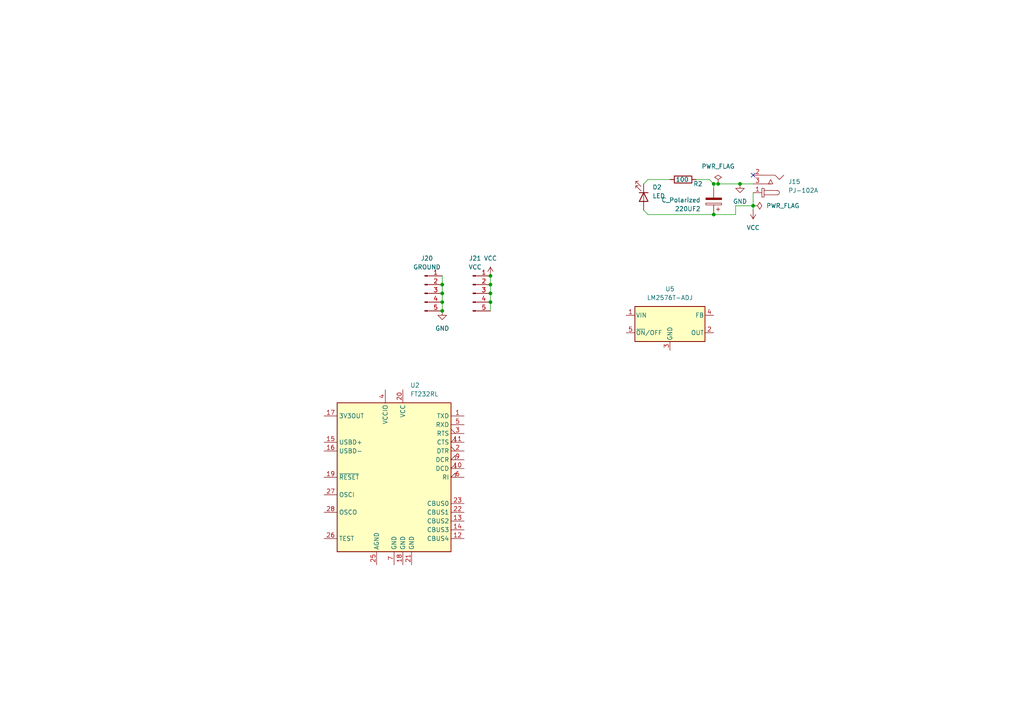
<source format=kicad_sch>
(kicad_sch (version 20250114) (generator "eeschema") (generator_version "9.0")
  (paper "A4")
  (lib_symbols
    (symbol "Connector:Conn_01x05_Pin" (pin_names (offset 1.016) (hide yes))
      (property "Reference" "J" (at 0 7.62 0))
      (property "Value" "Conn_01x05_Pin" (at 0 -7.62 0))
      (symbol "Conn_01x05_Pin_1_1"
        (rectangle (start 0.8636 5.207) (end 0 4.953) (stroke (width 0.1524)) (fill (type outline)))
        (rectangle (start 0.8636 2.667) (end 0 2.413) (stroke (width 0.1524)) (fill (type outline)))
        (rectangle (start 0.8636 0.127) (end 0 -0.127) (stroke (width 0.1524)) (fill (type outline)))
        (rectangle (start 0.8636 -2.413) (end 0 -2.667) (stroke (width 0.1524)) (fill (type outline)))
        (rectangle (start 0.8636 -4.953) (end 0 -5.207) (stroke (width 0.1524)) (fill (type outline)))
        (polyline (pts (xy 1.27 5.08) (xy 0.8636 5.08)) (stroke (width 0.1524)))
        (polyline (pts (xy 1.27 2.54) (xy 0.8636 2.54)) (stroke (width 0.1524)))
        (polyline (pts (xy 1.27 0) (xy 0.8636 0)) (stroke (width 0.1524)))
        (polyline (pts (xy 1.27 -2.54) (xy 0.8636 -2.54)) (stroke (width 0.1524)))
        (polyline (pts (xy 1.27 -5.08) (xy 0.8636 -5.08)) (stroke (width 0.1524)))
        (pin passive line (at 5.08 5.08 180) (length 3.81) (name "Pin_1") (number "1"))
        (pin passive line (at 5.08 2.54 180) (length 3.81) (name "Pin_2") (number "2"))
        (pin passive line (at 5.08 0 180) (length 3.81) (name "Pin_3") (number "3"))
        (pin passive line (at 5.08 -2.54 180) (length 3.81) (name "Pin_4") (number "4"))
        (pin passive line (at 5.08 -5.08 180) (length 3.81) (name "Pin_5") (number "5"))
      )
    )
    (symbol "Device:C_Polarized" (pin_numbers (hide yes)) (pin_names (offset 0.254))
      (property "Reference" "C" (at 0.635 2.54 0))
      (property "Value" "C_Polarized" (at 0.635 -2.54 0))
      (symbol "C_Polarized_0_1"
        (rectangle (start -2.286 0.508) (end 2.286 1.016))
        (polyline (pts (xy -1.778 2.286) (xy -0.762 2.286)))
        (polyline (pts (xy -1.27 2.794) (xy -1.27 1.778)))
        (rectangle (start 2.286 -0.508) (end -2.286 -1.016) (fill (type outline)))
      )
      (symbol "C_Polarized_1_1"
        (pin passive line (at 0 3.81 270) (length 2.794) (name "~") (number "1"))
        (pin passive line (at 0 -3.81 90) (length 2.794) (name "~") (number "2"))
      )
    )
    (symbol "Device:LED" (pin_numbers (hide yes)) (pin_names (offset 1.016) (hide yes))
      (property "Reference" "D" (at 0 2.54 0))
      (property "Value" "LED" (at 0 -2.54 0))
      (symbol "LED_0_1"
        (polyline (pts (xy -3.048 -0.762) (xy -4.572 -2.286) (xy -3.81 -2.286) (xy -4.572 -2.286) (xy -4.572 -1.524)))
        (polyline (pts (xy -1.778 -0.762) (xy -3.302 -2.286) (xy -2.54 -2.286) (xy -3.302 -2.286) (xy -3.302 -1.524)))
        (polyline (pts (xy -1.27 0) (xy 1.27 0)))
        (polyline (pts (xy -1.27 -1.27) (xy -1.27 1.27)) (stroke (width 0.254)))
        (polyline (pts (xy 1.27 -1.27) (xy 1.27 1.27) (xy -1.27 0) (xy 1.27 -1.27)) (stroke (width 0.254)))
      )
      (symbol "LED_1_1"
        (pin passive line (at -3.81 0 0) (length 2.54) (name "K") (number "1"))
        (pin passive line (at 3.81 0 180) (length 2.54) (name "A") (number "2"))
      )
    )
    (symbol "Device:R" (pin_numbers (hide yes)) (pin_names (offset 0))
      (property "Reference" "R" (at 2.032 0 90))
      (property "Value" "R" (at 0 0 90))
      (symbol "R_0_1"
        (rectangle (start -1.016 -2.54) (end 1.016 2.54) (stroke (width 0.254)))
      )
      (symbol "R_1_1"
        (pin passive line (at 0 3.81 270) (length 1.27) (name "~") (number "1"))
        (pin passive line (at 0 -3.81 90) (length 1.27) (name "~") (number "2"))
      )
    )
    (symbol "Interface_USB:FT232RL"
      (property "Reference" "U" (at -16.51 22.86 0))
      (property "Value" "FT232RL" (at 10.16 22.86 0))
      (symbol "FT232RL_0_1"
        (rectangle (start -16.51 21.59) (end 16.51 -21.59) (stroke (width 0.254)) (fill (type background)))
      )
      (symbol "FT232RL_1_1"
        (pin power_out line (at -20.32 17.78 0) (length 3.81) (name "3V3OUT") (number "17"))
        (pin bidirectional line (at -20.32 10.16 0) (length 3.81) (name "USBD+") (number "15"))
        (pin bidirectional line (at -20.32 7.62 0) (length 3.81) (name "USBD-") (number "16"))
        (pin input line (at -20.32 0 0) (length 3.81) (name "~{RESET}") (number "19"))
        (pin input line (at -20.32 -5.08 0) (length 3.81) (name "OSCI") (number "27"))
        (pin output line (at -20.32 -10.16 0) (length 3.81) (name "OSCO") (number "28"))
        (pin input line (at -20.32 -17.78 0) (length 3.81) (name "TEST") (number "26"))
        (pin power_in line (at -5.08 -25.4 90) (length 3.81) (name "AGND") (number "25"))
        (pin power_in line (at -2.54 25.4 270) (length 3.81) (name "VCCIO") (number "4"))
        (pin power_in line (at 0 -25.4 90) (length 3.81) (name "GND") (number "7"))
        (pin power_in line (at 2.54 25.4 270) (length 3.81) (name "VCC") (number "20"))
        (pin power_in line (at 2.54 -25.4 90) (length 3.81) (name "GND") (number "18"))
        (pin power_in line (at 5.08 -25.4 90) (length 3.81) (name "GND") (number "21"))
        (pin output line (at 20.32 17.78 180) (length 3.81) (name "TXD") (number "1"))
        (pin input line (at 20.32 15.24 180) (length 3.81) (name "RXD") (number "5"))
        (pin output output_low (at 20.32 12.7 180) (length 3.81) (name "RTS") (number "3"))
        (pin input input_low (at 20.32 10.16 180) (length 3.81) (name "CTS") (number "11"))
        (pin output output_low (at 20.32 7.62 180) (length 3.81) (name "DTR") (number "2"))
        (pin input input_low (at 20.32 5.08 180) (length 3.81) (name "DCR") (number "9"))
        (pin input input_low (at 20.32 2.54 180) (length 3.81) (name "DCD") (number "10"))
        (pin input input_low (at 20.32 0 180) (length 3.81) (name "RI") (number "6"))
        (pin bidirectional line (at 20.32 -7.62 180) (length 3.81) (name "CBUS0") (number "23"))
        (pin bidirectional line (at 20.32 -10.16 180) (length 3.81) (name "CBUS1") (number "22"))
        (pin bidirectional line (at 20.32 -12.7 180) (length 3.81) (name "CBUS2") (number "13"))
        (pin bidirectional line (at 20.32 -15.24 180) (length 3.81) (name "CBUS3") (number "14"))
        (pin bidirectional line (at 20.32 -17.78 180) (length 3.81) (name "CBUS4") (number "12"))
      )
    )
    (symbol "Regulator_Switching:LM2576T-ADJ" (pin_names (offset 0.254))
      (property "Reference" "U" (at -10.16 6.35 0))
      (property "Value" "LM2576T-ADJ" (at 0 6.35 0))
      (symbol "LM2576T-ADJ_0_1"
        (rectangle (start -10.16 5.08) (end 10.16 -5.08) (stroke (width 0.254)) (fill (type background)))
      )
      (symbol "LM2576T-ADJ_1_1"
        (pin power_in line (at -12.7 2.54 0) (length 2.54) (name "VIN") (number "1"))
        (pin input line (at -12.7 -2.54 0) (length 2.54) (name "~{ON}/OFF") (number "5"))
        (pin power_in line (at 0 -7.62 90) (length 2.54) (name "GND") (number "3"))
        (pin input line (at 12.7 2.54 180) (length 2.54) (name "FB") (number "4"))
        (pin output line (at 12.7 -2.54 180) (length 2.54) (name "OUT") (number "2"))
      )
    )
    (symbol "dk_Barrel-Power-Connectors:PJ-102A" (pin_names (offset 1.016))
      (property "Reference" "J" (at 0 2.54 0))
      (property "Value" "PJ-102A" (at 0 -6.35 0))
      (symbol "PJ-102A_0_1"
        (arc (start -4.445 -0.635) (mid -5.08 0) (end -4.445 0.635))
        (polyline (pts (xy -2.54 -2.54) (xy -3.175 -2.54) (xy -2.54 -3.81) (xy -1.905 -2.54) (xy -2.54 -2.54)))
        (rectangle (start -0.635 1.27) (end 0 -1.27))
        (polyline (pts (xy -0.635 0.635) (xy -4.445 0.635)))
        (polyline (pts (xy -0.635 -0.635) (xy -4.445 -0.635)))
        (polyline (pts (xy 0 -2.54) (xy -1.27 -2.54) (xy -2.54 -2.54)))
        (polyline (pts (xy 0 -5.08) (xy -3.81 -5.08) (xy -5.08 -3.81) (xy -6.35 -5.08)))
      )
      (symbol "PJ-102A_1_1"
        (pin passive line (at 2.54 0 180) (length 2.54) (name "~") (number "1"))
        (pin passive line (at 2.54 -2.54 180) (length 2.54) (name "~") (number "3"))
        (pin passive line (at 2.54 -5.08 180) (length 2.54) (name "~") (number "2"))
      )
    )
    (symbol "power:GND" (power) (pin_numbers (hide yes)) (pin_names (offset 0) (hide yes))
      (property "Value" "GND" (at 0 -3.81 0))
      (symbol "GND_0_1"
        (polyline (pts (xy 0 0) (xy 0 -1.27) (xy 1.27 -1.27) (xy 0 -2.54) (xy -1.27 -1.27) (xy 0 -1.27)))
      )
      (symbol "GND_1_1"
        (pin power_in line (at 0 0 270) (length 0) (name "~") (number "1"))
      )
    )
    (symbol "power:PWR_FLAG" (power) (pin_numbers (hide yes)) (pin_names (offset 0) (hide yes))
      (property "Value" "PWR_FLAG" (at 0 3.81 0))
      (symbol "PWR_FLAG_0_0"
        (pin power_out line (at 0 0 90) (length 0) (name "~") (number "1"))
      )
      (symbol "PWR_FLAG_0_1"
        (polyline (pts (xy 0 0) (xy 0 1.27) (xy -1.016 1.905) (xy 0 2.54) (xy 1.016 1.905) (xy 0 1.27)))
      )
    )
    (symbol "power:VCC" (power) (pin_numbers (hide yes)) (pin_names (offset 0) (hide yes))
      (property "Value" "VCC" (at 0 3.556 0))
      (symbol "VCC_0_1"
        (polyline (pts (xy -0.762 1.27) (xy 0 2.54)))
        (polyline (pts (xy 0 2.54) (xy 0.762 1.27)))
        (polyline (pts (xy 0 0) (xy 0 2.54)))
      )
      (symbol "VCC_1_1"
        (pin power_in line (at 0 0 90) (length 0) (name "~") (number "1"))
      )
    )
  )
  (junction (at 207.01 53.34))
  (junction (at 128.27 90.17))
  (junction (at 214.63 53.34))
  (junction (at 218.44 59.69))
  (junction (at 142.24 82.55))
  (junction (at 142.24 85.09))
  (junction (at 128.27 87.63))
  (junction (at 142.24 80.01))
  (junction (at 128.27 85.09))
  (junction (at 128.27 82.55))
  (junction (at 208.28 53.34))
  (junction (at 207.01 62.23))
  (junction (at 142.24 87.63))
  (no_connect (at 218.44 50.8))
  (wire (pts (xy 128.27 80.01) (xy 128.27 82.55)))
  (wire (pts (xy 142.24 82.55) (xy 142.24 85.09)))
  (wire (pts (xy 142.24 85.09) (xy 142.24 87.63)))
  (wire (pts (xy 187.96 52.07) (xy 186.69 53.34)))
  (wire (pts (xy 186.69 60.96) (xy 187.96 62.23)))
  (wire (pts (xy 201.93 52.07) (xy 205.74 52.07)))
  (wire (pts (xy 205.74 52.07) (xy 207.01 53.34)))
  (wire (pts (xy 142.24 80.01) (xy 142.24 82.55)))
  (wire (pts (xy 207.01 62.23) (xy 213.36 62.23)))
  (wire (pts (xy 128.27 87.63) (xy 128.27 90.17)))
  (wire (pts (xy 214.63 53.34) (xy 218.44 53.34)))
  (wire (pts (xy 207.01 54.61) (xy 207.01 53.34)))
  (wire (pts (xy 187.96 62.23) (xy 207.01 62.23)))
  (wire (pts (xy 194.31 52.07) (xy 187.96 52.07)))
  (wire (pts (xy 207.01 53.34) (xy 208.28 53.34)))
  (wire (pts (xy 213.36 59.69) (xy 218.44 59.69)))
  (wire (pts (xy 218.44 59.69) (xy 218.44 55.88)))
  (wire (pts (xy 218.44 60.96) (xy 218.44 59.69)))
  (wire (pts (xy 142.24 87.63) (xy 142.24 90.17)))
  (wire (pts (xy 128.27 85.09) (xy 128.27 87.63)))
  (wire (pts (xy 208.28 53.34) (xy 214.63 53.34)))
  (wire (pts (xy 213.36 62.23) (xy 213.36 59.69)))
  (wire (pts (xy 128.27 82.55) (xy 128.27 85.09)))
  (symbol (lib_id "power:VCC") (at 142.24 80.01 0) (unit 1)
    (property "Reference" "#PWR068" (effects (hide yes)))
    (property "Value" "VCC" (at 142.24 74.93 0))
    (property "Description" "Power symbol creates a global label with name \"VCC\"" (effects (hide yes)))
  )
  (symbol (lib_id "Connector:Conn_01x05_Pin") (at 137.16 85.09 0) (unit 1)
    (property "Reference" "J21" (at 137.795 74.93 0))
    (property "Value" "VCC" (at 137.795 77.47 0))
    (property "Footprint" "TerminalBlock:TerminalBlock_MaiXu_MX126-5.0-04P_1x04_P5.00mm" (effects (hide yes)))
    (property "Description" "Generic connector, single row, 01x05, script generated" (effects (hide yes)))
  )
  (symbol (lib_id "power:PWR_FLAG") (at 208.28 53.34 0) (unit 1)
    (property "Reference" "#FLG03" (effects (hide yes)))
    (property "Value" "PWR_FLAG" (at 208.28 48.26 0))
    (property "Description" "Special symbol for telling ERC where power comes from" (effects (hide yes)))
  )
  (symbol (lib_id "Device:R") (at 198.12 52.07 270) (unit 1)
    (property "Reference" "R2" (at 202.438 53.34 90))
    (property "Value" "100" (at 197.866 52.07 90))
    (property "Footprint" "Resistor_THT:R_Axial_DIN0207_L6.3mm_D2.5mm_P10.16mm_Horizontal" (effects (hide yes)))
    (property "Description" "Resistor" (effects (hide yes)))
  )
  (symbol (lib_id "Interface_USB:FT232RL") (at 114.3 138.43 0) (unit 1)
    (property "Reference" "U2" (at 118.9833 111.76 0) (effects (justify left)))
    (property "Value" "FT232RL" (at 118.9833 114.3 0) (effects (justify left)))
    (property "Footprint" "Package_SO:SSOP-28_5.3x10.2mm_P0.65mm" (effects (hide yes)))
    (property "Datasheet" "https://www.ftdichip.com/Support/Documents/DataSheets/ICs/DS_FT232R.pdf" (effects (hide yes)))
    (property "Description" "USB to Serial Interface, SSOP-28" (effects (hide yes)))
  )
  (symbol (lib_id "power:GND") (at 128.27 90.17 0) (unit 1)
    (property "Reference" "#PWR067" (effects (hide yes)))
    (property "Value" "GND" (at 128.27 95.25 0))
    (property "Description" "Power symbol creates a global label with name \"GND\" , ground" (effects (hide yes)))
  )
  (symbol (lib_id "power:VCC") (at 218.44 60.96 180) (unit 1)
    (property "Reference" "#PWR010" (effects (hide yes)))
    (property "Value" "VCC" (at 218.44 66.04 0))
    (property "Description" "Power symbol creates a global label with name \"VCC\"" (effects (hide yes)))
  )
  (symbol (lib_id "Connector:Conn_01x05_Pin") (at 123.19 85.09 0) (unit 1)
    (property "Reference" "J20" (at 123.825 74.93 0))
    (property "Value" "GROUND" (at 123.825 77.47 0))
    (property "Footprint" "TerminalBlock:TerminalBlock_MaiXu_MX126-5.0-04P_1x04_P5.00mm" (effects (hide yes)))
    (property "Description" "Generic connector, single row, 01x05, script generated" (effects (hide yes)))
  )
  (symbol (lib_id "Device:C_Polarized") (at 207.01 58.42 180) (unit 1)
    (property "Reference" "220UF2" (at 203.2 60.5791 0) (effects (justify left)))
    (property "Value" "C_Polarized" (at 203.2 58.0391 0) (effects (justify left)))
    (property "Footprint" "Capacitor_THT:C_Disc_D3.0mm_W1.6mm_P2.50mm" (effects (hide yes)))
    (property "Description" "Polarized capacitor" (effects (hide yes)))
  )
  (symbol (lib_id "dk_Barrel-Power-Connectors:PJ-102A") (at 220.98 55.88 180) (unit 1)
    (property "Reference" "J15" (at 228.6 52.7049 0) (effects (justify right)))
    (property "Value" "PJ-102A" (at 228.6 55.2449 0) (effects (justify right)))
    (property "Footprint" "Connector_BarrelJack:BarrelJack_Horizontal" (effects (hide yes)))
    (property "Datasheet" "https://www.cui.com/product/resource/digikeypdf/pj-102a.pdf" (effects (hide yes)))
    (property "Description" "CONN PWR JACK 2X5.5MM SOLDER" (effects (hide yes)))
    (property "Digi-Key_PN" "CP-102A-ND" (effects (hide yes)))
    (property "MPN" "PJ-102A" (effects (hide yes)))
    (property "Category" "Connectors, Interconnects" (effects (hide yes)))
    (property "Family" "Barrel - Power Connectors" (effects (hide yes)))
    (property "DK_Datasheet_Link" "https://www.cui.com/product/resource/digikeypdf/pj-102a.pdf" (effects (hide yes)))
    (property "DK_Detail_Page" "/product-detail/en/cui-inc/PJ-102A/CP-102A-ND/275425" (effects (hide yes)))
    (property "Description_1" "CONN PWR JACK 2X5.5MM SOLDER" (effects (hide yes)))
    (property "Manufacturer" "CUI Inc." (effects (hide yes)))
    (property "Status" "Active" (effects (hide yes)))
  )
  (symbol (lib_id "power:PWR_FLAG") (at 218.44 59.69 270) (unit 1)
    (property "Reference" "#FLG04" (effects (hide yes)))
    (property "Value" "PWR_FLAG" (at 222.25 59.6899 90) (effects (justify left)))
    (property "Description" "Special symbol for telling ERC where power comes from" (effects (hide yes)))
  )
  (symbol (lib_id "Regulator_Switching:LM2576T-ADJ") (at 194.31 93.98 0) (unit 1)
    (property "Reference" "U5" (at 194.31 83.82 0))
    (property "Value" "LM2576T-ADJ" (at 194.31 86.36 0))
    (property "Footprint" "Package_TO_SOT_THT:TO-220-5_Vertical" (effects (hide yes)))
    (property "Datasheet" "http://www.ti.com/lit/ds/symlink/lm2576.pdf" (effects (hide yes)))
    (property "Description" "Adjustable Output Voltage, 3A SIMPLE SWITCHER® Step-Down Voltage Regulator, TO-220-5" (effects (hide yes)))
  )
  (symbol (lib_id "power:GND") (at 214.63 53.34 0) (unit 1)
    (property "Reference" "#PWR036" (effects (hide yes)))
    (property "Value" "GND" (at 214.63 58.42 0))
    (property "Description" "Power symbol creates a global label with name \"GND\" , ground" (effects (hide yes)))
  )
  (symbol (lib_id "Device:LED") (at 186.69 57.15 270) (unit 1)
    (property "Reference" "D2" (at 189.23 54.2924 90) (effects (justify left)))
    (property "Value" "LED" (at 189.23 56.8324 90) (effects (justify left)))
    (property "Footprint" "LED_THT:LED_D1.8mm_W3.3mm_H2.4mm" (effects (hide yes)))
    (property "Description" "Light emitting diode" (effects (hide yes)))
    (property "Sim.Pins" "1=K 2=A" (effects (hide yes)))
  )
)
</source>
